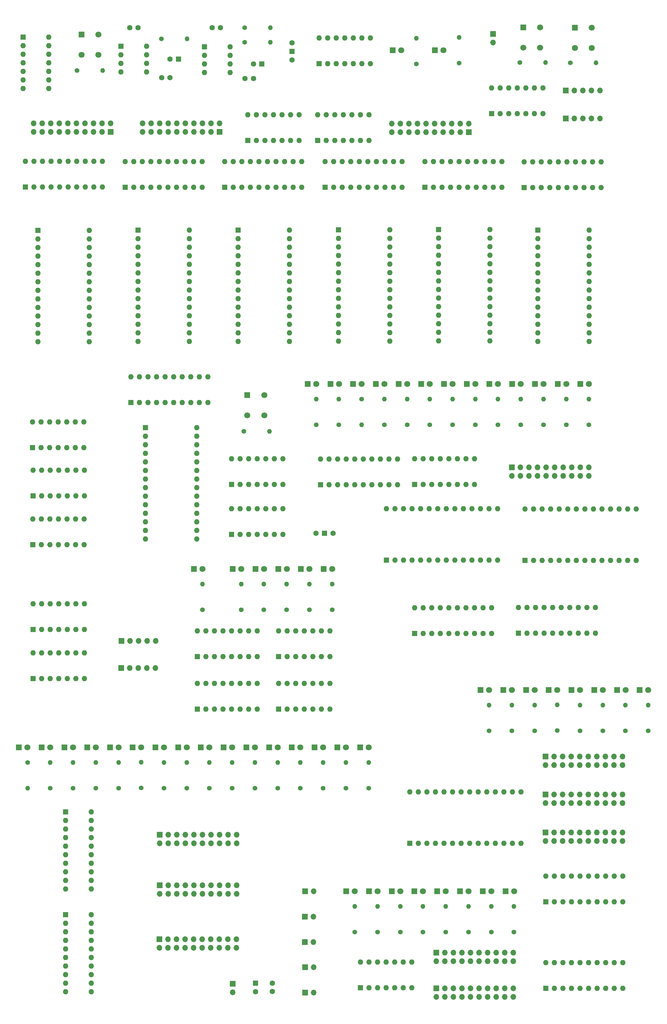
<source format=gbr>
G04 #@! TF.GenerationSoftware,KiCad,Pcbnew,8.0.2*
G04 #@! TF.CreationDate,2024-05-23T11:35:18+02:00*
G04 #@! TF.ProjectId,final-cu,66696e61-6c2d-4637-952e-6b696361645f,rev?*
G04 #@! TF.SameCoordinates,Original*
G04 #@! TF.FileFunction,Soldermask,Top*
G04 #@! TF.FilePolarity,Negative*
%FSLAX46Y46*%
G04 Gerber Fmt 4.6, Leading zero omitted, Abs format (unit mm)*
G04 Created by KiCad (PCBNEW 8.0.2) date 2024-05-23 11:35:18*
%MOMM*%
%LPD*%
G01*
G04 APERTURE LIST*
%ADD10C,1.800000*%
%ADD11R,1.800000X1.800000*%
%ADD12O,1.600000X1.600000*%
%ADD13R,1.600000X1.600000*%
%ADD14O,1.400000X1.400000*%
%ADD15C,1.400000*%
%ADD16O,1.700000X1.700000*%
%ADD17R,1.700000X1.700000*%
%ADD18C,1.600000*%
%ADD19R,1.500000X1.500000*%
G04 APERTURE END LIST*
D10*
X135000000Y-135750000D03*
D11*
X132460000Y-135750000D03*
D12*
X67615148Y-90200000D03*
X67615148Y-92740000D03*
X67615148Y-95280000D03*
X67615148Y-97820000D03*
X67615148Y-100360000D03*
X67615148Y-102900000D03*
X67615148Y-105440000D03*
X67615148Y-107980000D03*
X67615148Y-110520000D03*
X67615148Y-113060000D03*
X67615148Y-115600000D03*
X67615148Y-118140000D03*
X67615148Y-120680000D03*
X67615148Y-123220000D03*
X52375148Y-123220000D03*
X52375148Y-120680000D03*
X52375148Y-118140000D03*
X52375148Y-115600000D03*
X52375148Y-113060000D03*
X52375148Y-110520000D03*
X52375148Y-107980000D03*
X52375148Y-105440000D03*
X52375148Y-102900000D03*
X52375148Y-100360000D03*
X52375148Y-97820000D03*
X52375148Y-95280000D03*
X52375148Y-92740000D03*
D13*
X52375148Y-90200000D03*
D14*
X162000000Y-140250000D03*
D15*
X162000000Y-147870000D03*
D14*
X123570000Y-248000000D03*
D15*
X123570000Y-255620000D03*
D14*
X96680000Y-33380000D03*
D15*
X89060000Y-33380000D03*
D14*
X101235000Y-195122500D03*
D15*
X101235000Y-202742500D03*
D14*
X103320000Y-248000000D03*
D15*
X103320000Y-255620000D03*
D14*
X112735000Y-195122500D03*
D15*
X112735000Y-202742500D03*
D12*
X68250000Y-293140000D03*
X68250000Y-295680000D03*
X68250000Y-298220000D03*
X68250000Y-300760000D03*
X68250000Y-303300000D03*
X68250000Y-305840000D03*
X68250000Y-308380000D03*
X68250000Y-310920000D03*
X68250000Y-313460000D03*
X68250000Y-316000000D03*
X60630000Y-316000000D03*
X60630000Y-313460000D03*
X60630000Y-310920000D03*
X60630000Y-308380000D03*
X60630000Y-305840000D03*
X60630000Y-303300000D03*
X60630000Y-300760000D03*
X60630000Y-298220000D03*
X60630000Y-295680000D03*
D13*
X60630000Y-293140000D03*
D14*
X141750000Y-140250000D03*
D15*
X141750000Y-147870000D03*
D16*
X134250000Y-316250000D03*
D17*
X131710000Y-316250000D03*
D10*
X226860000Y-226500000D03*
D11*
X224320000Y-226500000D03*
D10*
X139775000Y-190587500D03*
D11*
X137235000Y-190587500D03*
D14*
X220095000Y-231000000D03*
D15*
X220095000Y-238620000D03*
D16*
X187500000Y-34540000D03*
D17*
X187500000Y-32000000D03*
D10*
X199845000Y-226500000D03*
D11*
X197305000Y-226500000D03*
D18*
X79620000Y-30130000D03*
X82120000Y-30130000D03*
D10*
X162000000Y-135750000D03*
D11*
X159460000Y-135750000D03*
D12*
X55570000Y-32875000D03*
X55570000Y-35415000D03*
X55570000Y-37955000D03*
X55570000Y-40495000D03*
X55570000Y-43035000D03*
X55570000Y-45575000D03*
X55570000Y-48115000D03*
X47950000Y-48115000D03*
X47950000Y-45575000D03*
X47950000Y-43035000D03*
X47950000Y-40495000D03*
X47950000Y-37955000D03*
X47950000Y-35415000D03*
D13*
X47950000Y-32875000D03*
D16*
X157445148Y-58570000D03*
X157445148Y-61110000D03*
X159985148Y-58570000D03*
X159985148Y-61110000D03*
X162525148Y-58570000D03*
X162525148Y-61110000D03*
X165065148Y-58570000D03*
X165065148Y-61110000D03*
X167605148Y-58570000D03*
X167605148Y-61110000D03*
X170145148Y-58570000D03*
X170145148Y-61110000D03*
X172685148Y-58570000D03*
X172685148Y-61110000D03*
X175225148Y-58570000D03*
X175225148Y-61110000D03*
X177765148Y-58570000D03*
X177765148Y-61110000D03*
X180305148Y-58570000D03*
D17*
X180305148Y-61110000D03*
D16*
X111330000Y-303000000D03*
X111330000Y-300460000D03*
X108790000Y-303000000D03*
X108790000Y-300460000D03*
X106250000Y-303000000D03*
X106250000Y-300460000D03*
X103710000Y-303000000D03*
X103710000Y-300460000D03*
X101170000Y-303000000D03*
X101170000Y-300460000D03*
X98630000Y-303000000D03*
X98630000Y-300460000D03*
X96090000Y-303000000D03*
X96090000Y-300460000D03*
X93550000Y-303000000D03*
X93550000Y-300460000D03*
X91010000Y-303000000D03*
X91010000Y-300460000D03*
X88470000Y-303000000D03*
D17*
X88470000Y-300460000D03*
D16*
X193500000Y-317500000D03*
X193500000Y-314960000D03*
X190960000Y-317500000D03*
X190960000Y-314960000D03*
X188420000Y-317500000D03*
X188420000Y-314960000D03*
X185880000Y-317500000D03*
X185880000Y-314960000D03*
X183340000Y-317500000D03*
X183340000Y-314960000D03*
X180800000Y-317500000D03*
X180800000Y-314960000D03*
X178260000Y-317500000D03*
X178260000Y-314960000D03*
X175720000Y-317500000D03*
X175720000Y-314960000D03*
X173180000Y-317500000D03*
X173180000Y-314960000D03*
X170640000Y-317500000D03*
D17*
X170640000Y-314960000D03*
D10*
X126275000Y-190587500D03*
D11*
X123735000Y-190587500D03*
D10*
X133025000Y-190587500D03*
D11*
X130485000Y-190587500D03*
D10*
X209250000Y-135750000D03*
D11*
X206710000Y-135750000D03*
D14*
X189000000Y-140250000D03*
D15*
X189000000Y-147870000D03*
D16*
X225990000Y-260040000D03*
X225990000Y-257500000D03*
X223450000Y-260040000D03*
X223450000Y-257500000D03*
X220910000Y-260040000D03*
X220910000Y-257500000D03*
X218370000Y-260040000D03*
X218370000Y-257500000D03*
X215830000Y-260040000D03*
X215830000Y-257500000D03*
X213290000Y-260040000D03*
X213290000Y-257500000D03*
X210750000Y-260040000D03*
X210750000Y-257500000D03*
X208210000Y-260040000D03*
X208210000Y-257500000D03*
X205670000Y-260040000D03*
X205670000Y-257500000D03*
X203130000Y-260040000D03*
D17*
X203130000Y-257500000D03*
D12*
X97355148Y-90160000D03*
X97355148Y-92700000D03*
X97355148Y-95240000D03*
X97355148Y-97780000D03*
X97355148Y-100320000D03*
X97355148Y-102860000D03*
X97355148Y-105400000D03*
X97355148Y-107940000D03*
X97355148Y-110480000D03*
X97355148Y-113020000D03*
X97355148Y-115560000D03*
X97355148Y-118100000D03*
X97355148Y-120640000D03*
X97355148Y-123180000D03*
X82115148Y-123180000D03*
X82115148Y-120640000D03*
X82115148Y-118100000D03*
X82115148Y-115560000D03*
X82115148Y-113020000D03*
X82115148Y-110480000D03*
X82115148Y-107940000D03*
X82115148Y-105400000D03*
X82115148Y-102860000D03*
X82115148Y-100320000D03*
X82115148Y-97780000D03*
X82115148Y-95240000D03*
X82115148Y-92700000D03*
D13*
X82115148Y-90160000D03*
D12*
X135460000Y-55880000D03*
X138000000Y-55880000D03*
X140540000Y-55880000D03*
X143080000Y-55880000D03*
X145620000Y-55880000D03*
X148160000Y-55880000D03*
X150700000Y-55880000D03*
X150700000Y-63500000D03*
X148160000Y-63500000D03*
X145620000Y-63500000D03*
X143080000Y-63500000D03*
X140540000Y-63500000D03*
X138000000Y-63500000D03*
D13*
X135460000Y-63500000D03*
D12*
X50960000Y-161370000D03*
X53500000Y-161370000D03*
X56040000Y-161370000D03*
X58580000Y-161370000D03*
X61120000Y-161370000D03*
X63660000Y-161370000D03*
X66200000Y-161370000D03*
X66200000Y-168990000D03*
X63660000Y-168990000D03*
X61120000Y-168990000D03*
X58580000Y-168990000D03*
X56040000Y-168990000D03*
X53500000Y-168990000D03*
D13*
X50960000Y-168990000D03*
D10*
X76330000Y-243500000D03*
D11*
X73790000Y-243500000D03*
D14*
X137070000Y-248000000D03*
D15*
X137070000Y-255620000D03*
D14*
X62820000Y-248000000D03*
D15*
X62820000Y-255620000D03*
D14*
X216000000Y-140250000D03*
D15*
X216000000Y-147870000D03*
D10*
X101275000Y-190587500D03*
D11*
X98735000Y-190587500D03*
D12*
X109440000Y-35760000D03*
X109440000Y-38300000D03*
X109440000Y-40840000D03*
X109440000Y-43380000D03*
X101820000Y-43380000D03*
X101820000Y-40840000D03*
X101820000Y-38300000D03*
D13*
X101820000Y-35760000D03*
D18*
X104120000Y-30130000D03*
X106620000Y-30130000D03*
D14*
X96570000Y-248000000D03*
D15*
X96570000Y-255620000D03*
D10*
X182265000Y-135750000D03*
D11*
X179725000Y-135750000D03*
D16*
X134210000Y-293750000D03*
D17*
X131670000Y-293750000D03*
D12*
X196735148Y-69860000D03*
X199275148Y-69860000D03*
X201815148Y-69860000D03*
X204355148Y-69860000D03*
X206895148Y-69860000D03*
X209435148Y-69860000D03*
X211975148Y-69860000D03*
X214515148Y-69860000D03*
X217055148Y-69860000D03*
X219595148Y-69860000D03*
X219595148Y-77480000D03*
X217055148Y-77480000D03*
X214515148Y-77480000D03*
X211975148Y-77480000D03*
X209435148Y-77480000D03*
X206895148Y-77480000D03*
X204355148Y-77480000D03*
X201815148Y-77480000D03*
X199275148Y-77480000D03*
D13*
X196735148Y-77480000D03*
D18*
X117000000Y-316000000D03*
D13*
X117000000Y-313500000D03*
D10*
X201500000Y-36000000D03*
X196500000Y-36000000D03*
X201500000Y-30000000D03*
D11*
X196500000Y-30000000D03*
D12*
X187075148Y-47980000D03*
X189615148Y-47980000D03*
X192155148Y-47980000D03*
X194695148Y-47980000D03*
X197235148Y-47980000D03*
X199775148Y-47980000D03*
X202315148Y-47980000D03*
X202315148Y-55600000D03*
X199775148Y-55600000D03*
X197235148Y-55600000D03*
X194695148Y-55600000D03*
X192155148Y-55600000D03*
X189615148Y-55600000D03*
D13*
X187075148Y-55600000D03*
D12*
X99705000Y-224575000D03*
X102245000Y-224575000D03*
X104785000Y-224575000D03*
X107325000Y-224575000D03*
X109865000Y-224575000D03*
X112405000Y-224575000D03*
X114945000Y-224575000D03*
X117485000Y-224575000D03*
X117485000Y-232195000D03*
X114945000Y-232195000D03*
X112405000Y-232195000D03*
X109865000Y-232195000D03*
X107325000Y-232195000D03*
X104785000Y-232195000D03*
X102245000Y-232195000D03*
D13*
X99705000Y-232195000D03*
D10*
X62790000Y-243500000D03*
D11*
X60250000Y-243500000D03*
D14*
X173475000Y-290740000D03*
D15*
X173475000Y-298360000D03*
D12*
X50960000Y-215500000D03*
X53500000Y-215500000D03*
X56040000Y-215500000D03*
X58580000Y-215500000D03*
X61120000Y-215500000D03*
X63660000Y-215500000D03*
X66200000Y-215500000D03*
X66200000Y-223120000D03*
X63660000Y-223120000D03*
X61120000Y-223120000D03*
X58580000Y-223120000D03*
X56040000Y-223120000D03*
X53500000Y-223120000D03*
D13*
X50960000Y-223120000D03*
D10*
X216000000Y-135750000D03*
D11*
X213460000Y-135750000D03*
D14*
X199845000Y-231000000D03*
D15*
X199845000Y-238620000D03*
D16*
X219275148Y-56980000D03*
X216735148Y-56980000D03*
X214195148Y-56980000D03*
X211655148Y-56980000D03*
D17*
X209115148Y-56980000D03*
D14*
X166725000Y-290740000D03*
D15*
X166725000Y-298360000D03*
D10*
X172765000Y-36750000D03*
D11*
X170225000Y-36750000D03*
D14*
X182250000Y-140250000D03*
D15*
X182250000Y-147870000D03*
D18*
X122000000Y-315955112D03*
X122000000Y-313455112D03*
D10*
X150595000Y-243500000D03*
D11*
X148055000Y-243500000D03*
D16*
X219275148Y-48730000D03*
X216735148Y-48730000D03*
X214195148Y-48730000D03*
X211655148Y-48730000D03*
D17*
X209115148Y-48730000D03*
D14*
X159975000Y-290740000D03*
D15*
X159975000Y-298360000D03*
D10*
X146490000Y-286240000D03*
D11*
X143950000Y-286240000D03*
D10*
X193765000Y-286250000D03*
D11*
X191225000Y-286250000D03*
D10*
X216827500Y-36077500D03*
X211827500Y-36077500D03*
X216827500Y-30077500D03*
D11*
X211827500Y-30077500D03*
D16*
X83460000Y-58500000D03*
X83460000Y-61040000D03*
X86000000Y-58500000D03*
X86000000Y-61040000D03*
X88540000Y-58500000D03*
X88540000Y-61040000D03*
X91080000Y-58500000D03*
X91080000Y-61040000D03*
X93620000Y-58500000D03*
X93620000Y-61040000D03*
X96160000Y-58500000D03*
X96160000Y-61040000D03*
X98700000Y-58500000D03*
X98700000Y-61040000D03*
X101240000Y-58500000D03*
X101240000Y-61040000D03*
X103780000Y-58500000D03*
X103780000Y-61040000D03*
X106320000Y-58500000D03*
D17*
X106320000Y-61040000D03*
D10*
X83040000Y-243500000D03*
D11*
X80500000Y-243500000D03*
D10*
X112775000Y-190587500D03*
D11*
X110235000Y-190587500D03*
D10*
X180225000Y-286240000D03*
D11*
X177685000Y-286240000D03*
D10*
X130320000Y-243500000D03*
D11*
X127780000Y-243500000D03*
D12*
X164225000Y-157950000D03*
X166765000Y-157950000D03*
X169305000Y-157950000D03*
X171845000Y-157950000D03*
X174385000Y-157950000D03*
X176925000Y-157950000D03*
X179465000Y-157950000D03*
X182005000Y-157950000D03*
X182005000Y-165570000D03*
X179465000Y-165570000D03*
X176925000Y-165570000D03*
X174385000Y-165570000D03*
X171845000Y-165570000D03*
X169305000Y-165570000D03*
X166765000Y-165570000D03*
D13*
X164225000Y-165570000D03*
D10*
X70370000Y-38130000D03*
X65370000Y-38130000D03*
X70370000Y-32130000D03*
D11*
X65370000Y-32130000D03*
D14*
X110070000Y-248000000D03*
D15*
X110070000Y-255620000D03*
D10*
X220095000Y-226500000D03*
D11*
X217555000Y-226500000D03*
D16*
X134225000Y-308750000D03*
D17*
X131685000Y-308750000D03*
D12*
X162810000Y-256750000D03*
X165350000Y-256750000D03*
X167890000Y-256750000D03*
X170430000Y-256750000D03*
X172970000Y-256750000D03*
X175510000Y-256750000D03*
X178050000Y-256750000D03*
X180590000Y-256750000D03*
X183130000Y-256750000D03*
X185670000Y-256750000D03*
X188210000Y-256750000D03*
X190750000Y-256750000D03*
X193290000Y-256750000D03*
X195830000Y-256750000D03*
X195830000Y-271990000D03*
X193290000Y-271990000D03*
X190750000Y-271990000D03*
X188210000Y-271990000D03*
X185670000Y-271990000D03*
X183130000Y-271990000D03*
X180590000Y-271990000D03*
X178050000Y-271990000D03*
X175510000Y-271990000D03*
X172970000Y-271990000D03*
X170430000Y-271990000D03*
X167890000Y-271990000D03*
X165350000Y-271990000D03*
D13*
X162810000Y-271990000D03*
D14*
X175500000Y-140250000D03*
D15*
X175500000Y-147870000D03*
D12*
X123860000Y-209005000D03*
X126400000Y-209005000D03*
X128940000Y-209005000D03*
X131480000Y-209005000D03*
X134020000Y-209005000D03*
X136560000Y-209005000D03*
X139100000Y-209005000D03*
X139100000Y-216625000D03*
X136560000Y-216625000D03*
X134020000Y-216625000D03*
X131480000Y-216625000D03*
X128940000Y-216625000D03*
X126400000Y-216625000D03*
D13*
X123860000Y-216625000D03*
D10*
X186990000Y-286240000D03*
D11*
X184450000Y-286240000D03*
D10*
X103305000Y-243500000D03*
D11*
X100765000Y-243500000D03*
D10*
X89790000Y-243500000D03*
D11*
X87250000Y-243500000D03*
D10*
X141765000Y-135750000D03*
D11*
X139225000Y-135750000D03*
D14*
X150570000Y-248000000D03*
D15*
X150570000Y-255620000D03*
D16*
X87250000Y-220000000D03*
X84710000Y-220000000D03*
X82170000Y-220000000D03*
X79630000Y-220000000D03*
D17*
X77090000Y-220000000D03*
D14*
X153225000Y-290740000D03*
D15*
X153225000Y-298360000D03*
D12*
X109920000Y-172750000D03*
X112460000Y-172750000D03*
X115000000Y-172750000D03*
X117540000Y-172750000D03*
X120080000Y-172750000D03*
X122620000Y-172750000D03*
X125160000Y-172750000D03*
X125160000Y-180370000D03*
X122620000Y-180370000D03*
X120080000Y-180370000D03*
X117540000Y-180370000D03*
X115000000Y-180370000D03*
X112460000Y-180370000D03*
D13*
X109920000Y-180370000D03*
D10*
X160250000Y-36750000D03*
D11*
X157710000Y-36750000D03*
D12*
X203170000Y-307380000D03*
X205710000Y-307380000D03*
X208250000Y-307380000D03*
X210790000Y-307380000D03*
X213330000Y-307380000D03*
X215870000Y-307380000D03*
X218410000Y-307380000D03*
X220950000Y-307380000D03*
X223490000Y-307380000D03*
X226030000Y-307380000D03*
X226030000Y-315000000D03*
X223490000Y-315000000D03*
X220950000Y-315000000D03*
X218410000Y-315000000D03*
X215870000Y-315000000D03*
X213330000Y-315000000D03*
X210790000Y-315000000D03*
X208250000Y-315000000D03*
X205710000Y-315000000D03*
D13*
X203170000Y-315000000D03*
D14*
X83070000Y-247940000D03*
D15*
X83070000Y-255560000D03*
D10*
X148515000Y-135750000D03*
D11*
X145975000Y-135750000D03*
D12*
X80010000Y-133630000D03*
X82550000Y-133630000D03*
X85090000Y-133630000D03*
X87630000Y-133630000D03*
X90170000Y-133630000D03*
X92710000Y-133630000D03*
X95250000Y-133630000D03*
X97790000Y-133630000D03*
X100330000Y-133630000D03*
X102870000Y-133630000D03*
X102870000Y-141250000D03*
X100330000Y-141250000D03*
X97790000Y-141250000D03*
X95250000Y-141250000D03*
X92710000Y-141250000D03*
X90170000Y-141250000D03*
X87630000Y-141250000D03*
X85090000Y-141250000D03*
X82550000Y-141250000D03*
D13*
X80010000Y-141250000D03*
D14*
X218060000Y-40500000D03*
D15*
X210440000Y-40500000D03*
D16*
X215990000Y-163040000D03*
X215990000Y-160500000D03*
X213450000Y-163040000D03*
X213450000Y-160500000D03*
X210910000Y-163040000D03*
X210910000Y-160500000D03*
X208370000Y-163040000D03*
X208370000Y-160500000D03*
X205830000Y-163040000D03*
X205830000Y-160500000D03*
X203290000Y-163040000D03*
X203290000Y-160500000D03*
X200750000Y-163040000D03*
X200750000Y-160500000D03*
X198210000Y-163040000D03*
X198210000Y-160500000D03*
X195670000Y-163040000D03*
X195670000Y-160500000D03*
X193130000Y-163040000D03*
D17*
X193130000Y-160500000D03*
D14*
X121122500Y-149827500D03*
D15*
X113502500Y-149827500D03*
D14*
X195750000Y-140250000D03*
D15*
X195750000Y-147870000D03*
D16*
X111410000Y-272000000D03*
X111410000Y-269460000D03*
X108870000Y-272000000D03*
X108870000Y-269460000D03*
X106330000Y-272000000D03*
X106330000Y-269460000D03*
X103790000Y-272000000D03*
X103790000Y-269460000D03*
X101250000Y-272000000D03*
X101250000Y-269460000D03*
X98710000Y-272000000D03*
X98710000Y-269460000D03*
X96170000Y-272000000D03*
X96170000Y-269460000D03*
X93630000Y-272000000D03*
X93630000Y-269460000D03*
X91090000Y-272000000D03*
X91090000Y-269460000D03*
X88550000Y-272000000D03*
D17*
X88550000Y-269460000D03*
D14*
X206595000Y-230940000D03*
D15*
X206595000Y-238560000D03*
D10*
X110055000Y-243500000D03*
D11*
X107515000Y-243500000D03*
D14*
X130320000Y-248000000D03*
D15*
X130320000Y-255620000D03*
D14*
X69570000Y-248000000D03*
D15*
X69570000Y-255620000D03*
D12*
X107865148Y-69800000D03*
X110405148Y-69800000D03*
X112945148Y-69800000D03*
X115485148Y-69800000D03*
X118025148Y-69800000D03*
X120565148Y-69800000D03*
X123105148Y-69800000D03*
X125645148Y-69800000D03*
X128185148Y-69800000D03*
X130725148Y-69800000D03*
X130725148Y-77420000D03*
X128185148Y-77420000D03*
X125645148Y-77420000D03*
X123105148Y-77420000D03*
X120565148Y-77420000D03*
X118025148Y-77420000D03*
X115485148Y-77420000D03*
X112945148Y-77420000D03*
X110405148Y-77420000D03*
D13*
X107865148Y-77420000D03*
D12*
X167285148Y-69800000D03*
X169825148Y-69800000D03*
X172365148Y-69800000D03*
X174905148Y-69800000D03*
X177445148Y-69800000D03*
X179985148Y-69800000D03*
X182525148Y-69800000D03*
X185065148Y-69800000D03*
X187605148Y-69800000D03*
X190145148Y-69800000D03*
X190145148Y-77420000D03*
X187605148Y-77420000D03*
X185065148Y-77420000D03*
X182525148Y-77420000D03*
X179985148Y-77420000D03*
X177445148Y-77420000D03*
X174905148Y-77420000D03*
X172365148Y-77420000D03*
X169825148Y-77420000D03*
D13*
X167285148Y-77420000D03*
D18*
X140000000Y-180000000D03*
D19*
X137460000Y-180000000D03*
D18*
X134920000Y-180000000D03*
D12*
X155840000Y-172750000D03*
X158380000Y-172750000D03*
X160920000Y-172750000D03*
X163460000Y-172750000D03*
X166000000Y-172750000D03*
X168540000Y-172750000D03*
X171080000Y-172750000D03*
X173620000Y-172750000D03*
X176160000Y-172750000D03*
X178700000Y-172750000D03*
X181240000Y-172750000D03*
X183780000Y-172750000D03*
X186320000Y-172750000D03*
X188860000Y-172750000D03*
X188860000Y-187990000D03*
X186320000Y-187990000D03*
X183780000Y-187990000D03*
X181240000Y-187990000D03*
X178700000Y-187990000D03*
X176160000Y-187990000D03*
X173620000Y-187990000D03*
X171080000Y-187990000D03*
X168540000Y-187990000D03*
X166000000Y-187990000D03*
X163460000Y-187990000D03*
X160920000Y-187990000D03*
X158380000Y-187990000D03*
D13*
X155840000Y-187990000D03*
D10*
X119525000Y-190587500D03*
D11*
X116985000Y-190587500D03*
D12*
X50960000Y-200930000D03*
X53500000Y-200930000D03*
X56040000Y-200930000D03*
X58580000Y-200930000D03*
X61120000Y-200930000D03*
X63660000Y-200930000D03*
X66200000Y-200930000D03*
X66200000Y-208550000D03*
X63660000Y-208550000D03*
X61120000Y-208550000D03*
X58580000Y-208550000D03*
X56040000Y-208550000D03*
X53500000Y-208550000D03*
D13*
X50960000Y-208550000D03*
D14*
X116820000Y-248000000D03*
D15*
X116820000Y-255620000D03*
D12*
X84690000Y-35580000D03*
X84690000Y-38120000D03*
X84690000Y-40660000D03*
X84690000Y-43200000D03*
X77070000Y-43200000D03*
X77070000Y-40660000D03*
X77070000Y-38120000D03*
D13*
X77070000Y-35580000D03*
D10*
X153225000Y-286240000D03*
D11*
X150685000Y-286240000D03*
D12*
X148125000Y-307180000D03*
X150665000Y-307180000D03*
X153205000Y-307180000D03*
X155745000Y-307180000D03*
X158285000Y-307180000D03*
X160825000Y-307180000D03*
X163365000Y-307180000D03*
X163365000Y-314800000D03*
X160825000Y-314800000D03*
X158285000Y-314800000D03*
X155745000Y-314800000D03*
X153205000Y-314800000D03*
X150665000Y-314800000D03*
D13*
X148125000Y-314800000D03*
D14*
X143820000Y-248000000D03*
D15*
X143820000Y-255620000D03*
D14*
X146475000Y-290740000D03*
D15*
X146475000Y-298360000D03*
D14*
X203075000Y-40445000D03*
D15*
X195455000Y-40445000D03*
D10*
X166725000Y-286240000D03*
D11*
X164185000Y-286240000D03*
D14*
X119485000Y-195122500D03*
D15*
X119485000Y-202742500D03*
D14*
X126235000Y-195122500D03*
D15*
X126235000Y-202742500D03*
D12*
X109920000Y-157930000D03*
X112460000Y-157930000D03*
X115000000Y-157930000D03*
X117540000Y-157930000D03*
X120080000Y-157930000D03*
X122620000Y-157930000D03*
X125160000Y-157930000D03*
X125160000Y-165550000D03*
X122620000Y-165550000D03*
X120080000Y-165550000D03*
X117540000Y-165550000D03*
X115000000Y-165550000D03*
X112460000Y-165550000D03*
D13*
X109920000Y-165550000D03*
D12*
X114710000Y-55880000D03*
X117250000Y-55880000D03*
X119790000Y-55880000D03*
X122330000Y-55880000D03*
X124870000Y-55880000D03*
X127410000Y-55880000D03*
X129950000Y-55880000D03*
X129950000Y-63500000D03*
X127410000Y-63500000D03*
X124870000Y-63500000D03*
X122330000Y-63500000D03*
X119790000Y-63500000D03*
X117250000Y-63500000D03*
D13*
X114710000Y-63500000D03*
D14*
X213345000Y-231000000D03*
D15*
X213345000Y-238620000D03*
D10*
X49290000Y-243500000D03*
D11*
X46750000Y-243500000D03*
D14*
X76320000Y-248000000D03*
D15*
X76320000Y-255620000D03*
D14*
X56070000Y-248000000D03*
D15*
X56070000Y-255620000D03*
D12*
X203220000Y-281750000D03*
X205760000Y-281750000D03*
X208300000Y-281750000D03*
X210840000Y-281750000D03*
X213380000Y-281750000D03*
X215920000Y-281750000D03*
X218460000Y-281750000D03*
X221000000Y-281750000D03*
X223540000Y-281750000D03*
X226080000Y-281750000D03*
X226080000Y-289370000D03*
X223540000Y-289370000D03*
X221000000Y-289370000D03*
X218460000Y-289370000D03*
X215920000Y-289370000D03*
X213380000Y-289370000D03*
X210840000Y-289370000D03*
X208300000Y-289370000D03*
X205760000Y-289370000D03*
D13*
X203220000Y-289370000D03*
D10*
X119577500Y-145077500D03*
X114577500Y-145077500D03*
X119577500Y-139077500D03*
D11*
X114577500Y-139077500D03*
D10*
X168750000Y-135750000D03*
D11*
X166210000Y-135750000D03*
D14*
X89820000Y-248000000D03*
D15*
X89820000Y-255620000D03*
D12*
X156855148Y-90080000D03*
X156855148Y-92620000D03*
X156855148Y-95160000D03*
X156855148Y-97700000D03*
X156855148Y-100240000D03*
X156855148Y-102780000D03*
X156855148Y-105320000D03*
X156855148Y-107860000D03*
X156855148Y-110400000D03*
X156855148Y-112940000D03*
X156855148Y-115480000D03*
X156855148Y-118020000D03*
X156855148Y-120560000D03*
X156855148Y-123100000D03*
X141615148Y-123100000D03*
X141615148Y-120560000D03*
X141615148Y-118020000D03*
X141615148Y-115480000D03*
X141615148Y-112940000D03*
X141615148Y-110400000D03*
X141615148Y-107860000D03*
X141615148Y-105320000D03*
X141615148Y-102780000D03*
X141615148Y-100240000D03*
X141615148Y-97700000D03*
X141615148Y-95160000D03*
X141615148Y-92620000D03*
D13*
X141615148Y-90080000D03*
D14*
X233595000Y-231000000D03*
D15*
X233595000Y-238620000D03*
D16*
X110250000Y-316220112D03*
D17*
X110250000Y-313680112D03*
D16*
X87340000Y-212000000D03*
X84800000Y-212000000D03*
X82260000Y-212000000D03*
X79720000Y-212000000D03*
D17*
X77180000Y-212000000D03*
D14*
X164750000Y-33190000D03*
D15*
X164750000Y-40810000D03*
D18*
X91620000Y-39380000D03*
D13*
X94120000Y-39380000D03*
D12*
X50875000Y-175800000D03*
X53415000Y-175800000D03*
X55955000Y-175800000D03*
X58495000Y-175800000D03*
X61035000Y-175800000D03*
X63575000Y-175800000D03*
X66115000Y-175800000D03*
X66115000Y-183420000D03*
X63575000Y-183420000D03*
X61035000Y-183420000D03*
X58495000Y-183420000D03*
X55955000Y-183420000D03*
X53415000Y-183420000D03*
D13*
X50875000Y-183420000D03*
D10*
X193110000Y-226500000D03*
D11*
X190570000Y-226500000D03*
D14*
X177475000Y-33000000D03*
D15*
X177475000Y-40620000D03*
D14*
X121370000Y-30130000D03*
D15*
X113750000Y-30130000D03*
D12*
X50800000Y-147000000D03*
X53340000Y-147000000D03*
X55880000Y-147000000D03*
X58420000Y-147000000D03*
X60960000Y-147000000D03*
X63500000Y-147000000D03*
X66040000Y-147000000D03*
X66040000Y-154620000D03*
X63500000Y-154620000D03*
X60960000Y-154620000D03*
X58420000Y-154620000D03*
X55880000Y-154620000D03*
X53340000Y-154620000D03*
D13*
X50800000Y-154620000D03*
D16*
X193500000Y-306960000D03*
X193500000Y-304420000D03*
X190960000Y-306960000D03*
X190960000Y-304420000D03*
X188420000Y-306960000D03*
X188420000Y-304420000D03*
X185880000Y-306960000D03*
X185880000Y-304420000D03*
X183340000Y-306960000D03*
X183340000Y-304420000D03*
X180800000Y-306960000D03*
X180800000Y-304420000D03*
X178260000Y-306960000D03*
X178260000Y-304420000D03*
X175720000Y-306960000D03*
X175720000Y-304420000D03*
X173180000Y-306960000D03*
X173180000Y-304420000D03*
X170640000Y-306960000D03*
D17*
X170640000Y-304420000D03*
D12*
X78285148Y-69800000D03*
X80825148Y-69800000D03*
X83365148Y-69800000D03*
X85905148Y-69800000D03*
X88445148Y-69800000D03*
X90985148Y-69800000D03*
X93525148Y-69800000D03*
X96065148Y-69800000D03*
X98605148Y-69800000D03*
X101145148Y-69800000D03*
X101145148Y-77420000D03*
X98605148Y-77420000D03*
X96065148Y-77420000D03*
X93525148Y-77420000D03*
X90985148Y-77420000D03*
X88445148Y-77420000D03*
X85905148Y-77420000D03*
X83365148Y-77420000D03*
X80825148Y-77420000D03*
D13*
X78285148Y-77420000D03*
D14*
X186345000Y-231000000D03*
D15*
X186345000Y-238620000D03*
D14*
X135000000Y-140250000D03*
D15*
X135000000Y-147870000D03*
D16*
X111410000Y-287000000D03*
X111410000Y-284460000D03*
X108870000Y-287000000D03*
X108870000Y-284460000D03*
X106330000Y-287000000D03*
X106330000Y-284460000D03*
X103790000Y-287000000D03*
X103790000Y-284460000D03*
X101250000Y-287000000D03*
X101250000Y-284460000D03*
X98710000Y-287000000D03*
X98710000Y-284460000D03*
X96170000Y-287000000D03*
X96170000Y-284460000D03*
X93630000Y-287000000D03*
X93630000Y-284460000D03*
X91090000Y-287000000D03*
X91090000Y-284460000D03*
X88550000Y-287000000D03*
D17*
X88550000Y-284460000D03*
D12*
X99550000Y-148700000D03*
X99550000Y-151240000D03*
X99550000Y-153780000D03*
X99550000Y-156320000D03*
X99550000Y-158860000D03*
X99550000Y-161400000D03*
X99550000Y-163940000D03*
X99550000Y-166480000D03*
X99550000Y-169020000D03*
X99550000Y-171560000D03*
X99550000Y-174100000D03*
X99550000Y-176640000D03*
X99550000Y-179180000D03*
X99550000Y-181720000D03*
X84310000Y-181720000D03*
X84310000Y-179180000D03*
X84310000Y-176640000D03*
X84310000Y-174100000D03*
X84310000Y-171560000D03*
X84310000Y-169020000D03*
X84310000Y-166480000D03*
X84310000Y-163940000D03*
X84310000Y-161400000D03*
X84310000Y-158860000D03*
X84310000Y-156320000D03*
X84310000Y-153780000D03*
X84310000Y-151240000D03*
D13*
X84310000Y-148700000D03*
D14*
X168750000Y-140250000D03*
D15*
X168750000Y-147870000D03*
D10*
X69555000Y-243500000D03*
D11*
X67015000Y-243500000D03*
D10*
X96555000Y-243500000D03*
D11*
X94015000Y-243500000D03*
D14*
X139735000Y-195122500D03*
D15*
X139735000Y-202742500D03*
D12*
X197000000Y-172865000D03*
X199540000Y-172865000D03*
X202080000Y-172865000D03*
X204620000Y-172865000D03*
X207160000Y-172865000D03*
X209700000Y-172865000D03*
X212240000Y-172865000D03*
X214780000Y-172865000D03*
X217320000Y-172865000D03*
X219860000Y-172865000D03*
X222400000Y-172865000D03*
X224940000Y-172865000D03*
X227480000Y-172865000D03*
X230020000Y-172865000D03*
X230020000Y-188105000D03*
X227480000Y-188105000D03*
X224940000Y-188105000D03*
X222400000Y-188105000D03*
X219860000Y-188105000D03*
X217320000Y-188105000D03*
X214780000Y-188105000D03*
X212240000Y-188105000D03*
X209700000Y-188105000D03*
X207160000Y-188105000D03*
X204620000Y-188105000D03*
X202080000Y-188105000D03*
X199540000Y-188105000D03*
D13*
X197000000Y-188105000D03*
D10*
X116845000Y-243500000D03*
D11*
X114305000Y-243500000D03*
D18*
X116370000Y-45130000D03*
X113870000Y-45130000D03*
D14*
X155250000Y-140250000D03*
D15*
X155250000Y-147870000D03*
D14*
X226845000Y-231000000D03*
D15*
X226845000Y-238620000D03*
D10*
X159990000Y-286240000D03*
D11*
X157450000Y-286240000D03*
D10*
X173475000Y-286240000D03*
D11*
X170935000Y-286240000D03*
D14*
X186975000Y-290740000D03*
D15*
X186975000Y-298360000D03*
D12*
X135875000Y-33180000D03*
X138415000Y-33180000D03*
X140955000Y-33180000D03*
X143495000Y-33180000D03*
X146035000Y-33180000D03*
X148575000Y-33180000D03*
X151115000Y-33180000D03*
X151115000Y-40800000D03*
X148575000Y-40800000D03*
X146035000Y-40800000D03*
X143495000Y-40800000D03*
X140955000Y-40800000D03*
X138415000Y-40800000D03*
D13*
X135875000Y-40800000D03*
D14*
X180225000Y-290740000D03*
D15*
X180225000Y-298360000D03*
D10*
X143805000Y-243500000D03*
D11*
X141265000Y-243500000D03*
D14*
X148500000Y-147870000D03*
D15*
X148500000Y-140250000D03*
D16*
X134210000Y-301250000D03*
D17*
X131670000Y-301250000D03*
D16*
X134225000Y-286250000D03*
D17*
X131685000Y-286250000D03*
D10*
X202500000Y-135750000D03*
D11*
X199960000Y-135750000D03*
D14*
X132985000Y-195122500D03*
D15*
X132985000Y-202742500D03*
D12*
X127105148Y-90120000D03*
X127105148Y-92660000D03*
X127105148Y-95200000D03*
X127105148Y-97740000D03*
X127105148Y-100280000D03*
X127105148Y-102820000D03*
X127105148Y-105360000D03*
X127105148Y-107900000D03*
X127105148Y-110440000D03*
X127105148Y-112980000D03*
X127105148Y-115520000D03*
X127105148Y-118060000D03*
X127105148Y-120600000D03*
X127105148Y-123140000D03*
X111865148Y-123140000D03*
X111865148Y-120600000D03*
X111865148Y-118060000D03*
X111865148Y-115520000D03*
X111865148Y-112980000D03*
X111865148Y-110440000D03*
X111865148Y-107900000D03*
X111865148Y-105360000D03*
X111865148Y-102820000D03*
X111865148Y-100280000D03*
X111865148Y-97740000D03*
X111865148Y-95200000D03*
X111865148Y-92660000D03*
D13*
X111865148Y-90120000D03*
D14*
X71602500Y-42802500D03*
D15*
X63982500Y-42802500D03*
D14*
X193725000Y-290740000D03*
D15*
X193725000Y-298360000D03*
D14*
X193095000Y-231000000D03*
D15*
X193095000Y-238620000D03*
D10*
X137055000Y-243500000D03*
D11*
X134515000Y-243500000D03*
D12*
X68250000Y-262680000D03*
X68250000Y-265220000D03*
X68250000Y-267760000D03*
X68250000Y-270300000D03*
X68250000Y-272840000D03*
X68250000Y-275380000D03*
X68250000Y-277920000D03*
X68250000Y-280460000D03*
X68250000Y-283000000D03*
X68250000Y-285540000D03*
X60630000Y-285540000D03*
X60630000Y-283000000D03*
X60630000Y-280460000D03*
X60630000Y-277920000D03*
X60630000Y-275380000D03*
X60630000Y-272840000D03*
X60630000Y-270300000D03*
X60630000Y-267760000D03*
X60630000Y-265220000D03*
D13*
X60630000Y-262680000D03*
D10*
X123570000Y-243500000D03*
D11*
X121030000Y-243500000D03*
D10*
X213345000Y-226500000D03*
D11*
X210805000Y-226500000D03*
D12*
X186605148Y-89950000D03*
X186605148Y-92490000D03*
X186605148Y-95030000D03*
X186605148Y-97570000D03*
X186605148Y-100110000D03*
X186605148Y-102650000D03*
X186605148Y-105190000D03*
X186605148Y-107730000D03*
X186605148Y-110270000D03*
X186605148Y-112810000D03*
X186605148Y-115350000D03*
X186605148Y-117890000D03*
X186605148Y-120430000D03*
X186605148Y-122970000D03*
X171365148Y-122970000D03*
X171365148Y-120430000D03*
X171365148Y-117890000D03*
X171365148Y-115350000D03*
X171365148Y-112810000D03*
X171365148Y-110270000D03*
X171365148Y-107730000D03*
X171365148Y-105190000D03*
X171365148Y-102650000D03*
X171365148Y-100110000D03*
X171365148Y-97570000D03*
X171365148Y-95030000D03*
X171365148Y-92490000D03*
D13*
X171365148Y-89950000D03*
D12*
X164220000Y-202115000D03*
X166760000Y-202115000D03*
X169300000Y-202115000D03*
X171840000Y-202115000D03*
X174380000Y-202115000D03*
X176920000Y-202115000D03*
X179460000Y-202115000D03*
X182000000Y-202115000D03*
X184540000Y-202115000D03*
X187080000Y-202115000D03*
X187080000Y-209735000D03*
X184540000Y-209735000D03*
X182000000Y-209735000D03*
X179460000Y-209735000D03*
X176920000Y-209735000D03*
X174380000Y-209735000D03*
X171840000Y-209735000D03*
X169300000Y-209735000D03*
X166760000Y-209735000D03*
D13*
X164220000Y-209735000D03*
D14*
X202500000Y-140250000D03*
D15*
X202500000Y-147870000D03*
D10*
X175500000Y-135750000D03*
D11*
X172960000Y-135750000D03*
D12*
X195015000Y-202055000D03*
X197555000Y-202055000D03*
X200095000Y-202055000D03*
X202635000Y-202055000D03*
X205175000Y-202055000D03*
X207715000Y-202055000D03*
X210255000Y-202055000D03*
X212795000Y-202055000D03*
X215335000Y-202055000D03*
X217875000Y-202055000D03*
X217875000Y-209675000D03*
X215335000Y-209675000D03*
X212795000Y-209675000D03*
X210255000Y-209675000D03*
X207715000Y-209675000D03*
X205175000Y-209675000D03*
X202635000Y-209675000D03*
X200095000Y-209675000D03*
X197555000Y-209675000D03*
D13*
X195015000Y-209675000D03*
D10*
X189000000Y-135750000D03*
D11*
X186460000Y-135750000D03*
D12*
X136260000Y-158000000D03*
X138800000Y-158000000D03*
X141340000Y-158000000D03*
X143880000Y-158000000D03*
X146420000Y-158000000D03*
X148960000Y-158000000D03*
X151500000Y-158000000D03*
X154040000Y-158000000D03*
X156580000Y-158000000D03*
X159120000Y-158000000D03*
X159120000Y-165620000D03*
X156580000Y-165620000D03*
X154040000Y-165620000D03*
X151500000Y-165620000D03*
X148960000Y-165620000D03*
X146420000Y-165620000D03*
X143880000Y-165620000D03*
X141340000Y-165620000D03*
X138800000Y-165620000D03*
D13*
X136260000Y-165620000D03*
D12*
X48690148Y-69750000D03*
X51230148Y-69750000D03*
X53770148Y-69750000D03*
X56310148Y-69750000D03*
X58850148Y-69750000D03*
X61390148Y-69750000D03*
X63930148Y-69750000D03*
X66470148Y-69750000D03*
X69010148Y-69750000D03*
X71550148Y-69750000D03*
X71550148Y-77370000D03*
X69010148Y-77370000D03*
X66470148Y-77370000D03*
X63930148Y-77370000D03*
X61390148Y-77370000D03*
X58850148Y-77370000D03*
X56310148Y-77370000D03*
X53770148Y-77370000D03*
X51230148Y-77370000D03*
D13*
X48690148Y-77370000D03*
D16*
X226000000Y-271290000D03*
X226000000Y-268750000D03*
X223460000Y-271290000D03*
X223460000Y-268750000D03*
X220920000Y-271290000D03*
X220920000Y-268750000D03*
X218380000Y-271290000D03*
X218380000Y-268750000D03*
X215840000Y-271290000D03*
X215840000Y-268750000D03*
X213300000Y-271290000D03*
X213300000Y-268750000D03*
X210760000Y-271290000D03*
X210760000Y-268750000D03*
X208220000Y-271290000D03*
X208220000Y-268750000D03*
X205680000Y-271290000D03*
X205680000Y-268750000D03*
X203140000Y-271290000D03*
D17*
X203140000Y-268750000D03*
D10*
X195750000Y-135750000D03*
D11*
X193210000Y-135750000D03*
D12*
X216015148Y-90120000D03*
X216015148Y-92660000D03*
X216015148Y-95200000D03*
X216015148Y-97740000D03*
X216015148Y-100280000D03*
X216015148Y-102820000D03*
X216015148Y-105360000D03*
X216015148Y-107900000D03*
X216015148Y-110440000D03*
X216015148Y-112980000D03*
X216015148Y-115520000D03*
X216015148Y-118060000D03*
X216015148Y-120600000D03*
X216015148Y-123140000D03*
X200775148Y-123140000D03*
X200775148Y-120600000D03*
X200775148Y-118060000D03*
X200775148Y-115520000D03*
X200775148Y-112980000D03*
X200775148Y-110440000D03*
X200775148Y-107900000D03*
X200775148Y-105360000D03*
X200775148Y-102820000D03*
X200775148Y-100280000D03*
X200775148Y-97740000D03*
X200775148Y-95200000D03*
X200775148Y-92660000D03*
D13*
X200775148Y-90120000D03*
D18*
X91620000Y-44880000D03*
X89120000Y-44880000D03*
D12*
X99705000Y-209005000D03*
X102245000Y-209005000D03*
X104785000Y-209005000D03*
X107325000Y-209005000D03*
X109865000Y-209005000D03*
X112405000Y-209005000D03*
X114945000Y-209005000D03*
X117485000Y-209005000D03*
X117485000Y-216625000D03*
X114945000Y-216625000D03*
X112405000Y-216625000D03*
X109865000Y-216625000D03*
X107325000Y-216625000D03*
X104785000Y-216625000D03*
X102245000Y-216625000D03*
D13*
X99705000Y-216625000D03*
D10*
X233595000Y-226500000D03*
D11*
X231055000Y-226500000D03*
D10*
X155250000Y-135750000D03*
D11*
X152710000Y-135750000D03*
D18*
X116370000Y-40880000D03*
D13*
X118870000Y-40880000D03*
D12*
X137615148Y-69800000D03*
X140155148Y-69800000D03*
X142695148Y-69800000D03*
X145235148Y-69800000D03*
X147775148Y-69800000D03*
X150315148Y-69800000D03*
X152855148Y-69800000D03*
X155395148Y-69800000D03*
X157935148Y-69800000D03*
X160475148Y-69800000D03*
X160475148Y-77420000D03*
X157935148Y-77420000D03*
X155395148Y-77420000D03*
X152855148Y-77420000D03*
X150315148Y-77420000D03*
X147775148Y-77420000D03*
X145235148Y-77420000D03*
X142695148Y-77420000D03*
X140155148Y-77420000D03*
D13*
X137615148Y-77420000D03*
D14*
X209250000Y-140250000D03*
D15*
X209250000Y-147870000D03*
D12*
X123860000Y-224575000D03*
X126400000Y-224575000D03*
X128940000Y-224575000D03*
X131480000Y-224575000D03*
X134020000Y-224575000D03*
X136560000Y-224575000D03*
X139100000Y-224575000D03*
X139100000Y-232195000D03*
X136560000Y-232195000D03*
X134020000Y-232195000D03*
X131480000Y-232195000D03*
X128940000Y-232195000D03*
X126400000Y-232195000D03*
D13*
X123860000Y-232195000D03*
D18*
X127830000Y-34590000D03*
D19*
X127830000Y-37130000D03*
D18*
X127830000Y-39670000D03*
D16*
X226000000Y-248750000D03*
X226000000Y-246210000D03*
X223460000Y-248750000D03*
X223460000Y-246210000D03*
X220920000Y-248750000D03*
X220920000Y-246210000D03*
X218380000Y-248750000D03*
X218380000Y-246210000D03*
X215840000Y-248750000D03*
X215840000Y-246210000D03*
X213300000Y-248750000D03*
X213300000Y-246210000D03*
X210760000Y-248750000D03*
X210760000Y-246210000D03*
X208220000Y-248750000D03*
X208220000Y-246210000D03*
X205680000Y-248750000D03*
X205680000Y-246210000D03*
X203140000Y-248750000D03*
D17*
X203140000Y-246210000D03*
D14*
X121370000Y-34380000D03*
D15*
X113750000Y-34380000D03*
D10*
X206595000Y-226500000D03*
D11*
X204055000Y-226500000D03*
D16*
X51130000Y-58460000D03*
X51130000Y-61000000D03*
X53670000Y-58460000D03*
X53670000Y-61000000D03*
X56210000Y-58460000D03*
X56210000Y-61000000D03*
X58750000Y-58460000D03*
X58750000Y-61000000D03*
X61290000Y-58460000D03*
X61290000Y-61000000D03*
X63830000Y-58460000D03*
X63830000Y-61000000D03*
X66370000Y-58460000D03*
X66370000Y-61000000D03*
X68910000Y-58460000D03*
X68910000Y-61000000D03*
X71450000Y-58460000D03*
X71450000Y-61000000D03*
X73990000Y-58460000D03*
D17*
X73990000Y-61000000D03*
D10*
X56055000Y-243500000D03*
D11*
X53515000Y-243500000D03*
D14*
X49320000Y-255620000D03*
D15*
X49320000Y-248000000D03*
D10*
X186345000Y-226500000D03*
D11*
X183805000Y-226500000D03*
M02*

</source>
